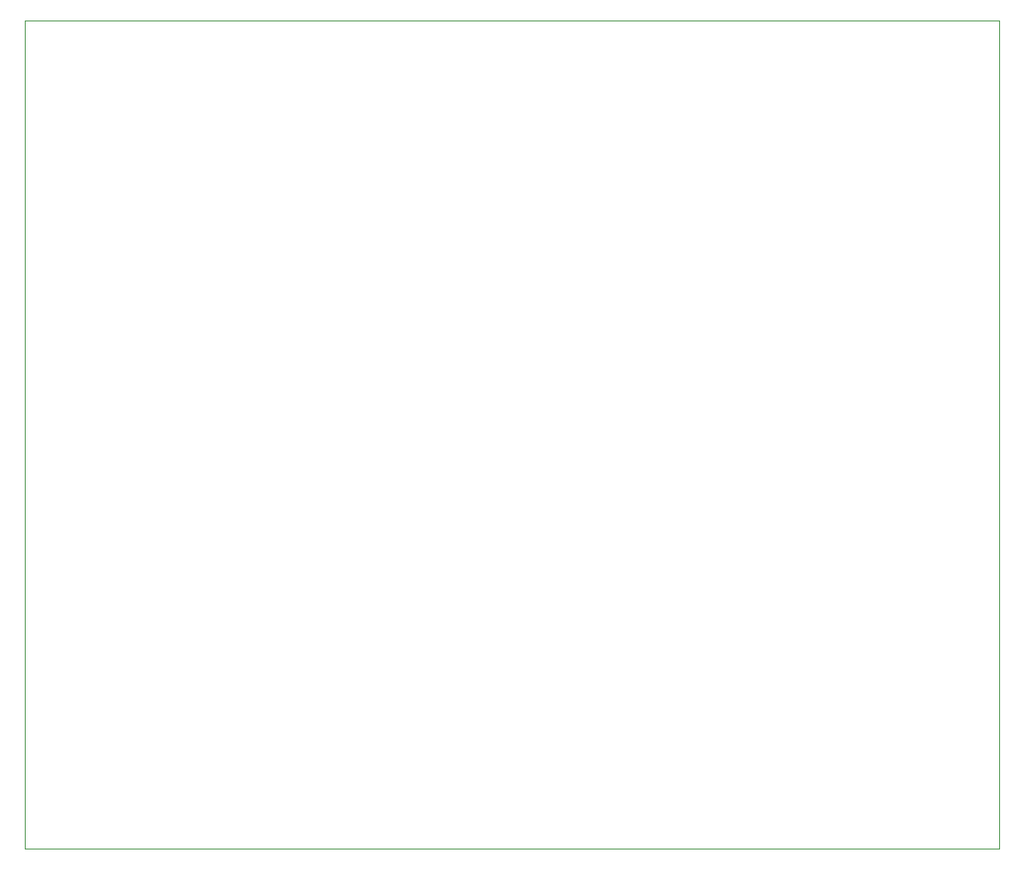
<source format=gm1>
%TF.GenerationSoftware,KiCad,Pcbnew,8.0.5*%
%TF.CreationDate,2024-11-24T13:51:33-06:00*%
%TF.ProjectId,Buck_V2,4275636b-5f56-4322-9e6b-696361645f70,rev?*%
%TF.SameCoordinates,Original*%
%TF.FileFunction,Profile,NP*%
%FSLAX46Y46*%
G04 Gerber Fmt 4.6, Leading zero omitted, Abs format (unit mm)*
G04 Created by KiCad (PCBNEW 8.0.5) date 2024-11-24 13:51:33*
%MOMM*%
%LPD*%
G01*
G04 APERTURE LIST*
%TA.AperFunction,Profile*%
%ADD10C,0.050000*%
%TD*%
G04 APERTURE END LIST*
D10*
X43010392Y-92510392D02*
X139500000Y-92510392D01*
X139500000Y-174500000D01*
X43010392Y-174500000D01*
X43010392Y-92510392D01*
M02*

</source>
